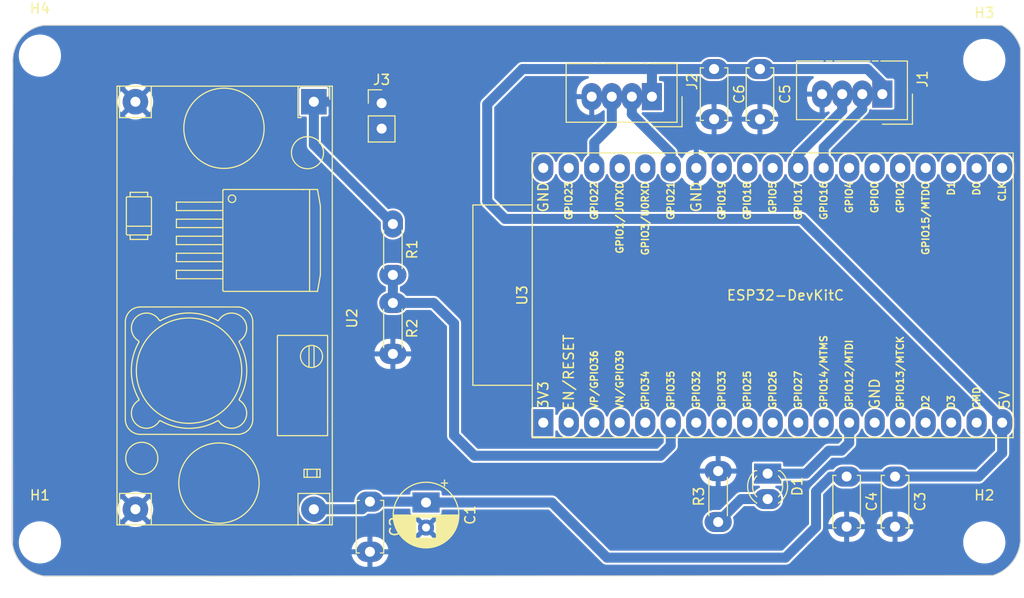
<source format=kicad_pcb>
(kicad_pcb (version 20221018) (generator pcbnew)
  (layers (0 "F.Cu" signal) (31 "B.Cu" signal) (34 "B.Paste" user) (35 "F.Paste" user) (36 "B.SilkS" user "B.Silkscreen") (37 "F.SilkS" user "F.Silkscreen") (38 "B.Mask" user) (39 "F.Mask" user) (44 "Edge.Cuts" user))
  (net 0 "")
  (net 1 "+5V")
  (net 2 "GND")
  (net 3 "LED_ALIVE")
  (net 4 "Net-(D1-A)")
  (net 5 "RXD2")
  (net 6 "TXD2")
  (net 7 "+12V")
  (net 8 "VBAT-3V")
  (net 9 "SCL")
  (net 10 "SDA")
  (footprint "Connector:NS-Tech_Grove_1x04_P2mm_Vertical" (layer "F.Cu") (at 173.132 92.71 -90)
    (fp_text reference "J2" (at -1.5 -4 90) (layer "F.SilkS"))
    (fp_text value "Conn_01x04_Pin")
    (fp_line (start -3.3 -2.5) (end -3.3 0.15) (stroke (width 0.12)) (layer "F.SilkS"))
    (fp_line (start -3.3 -2.5) (end 2.55 -2.5) (stroke (width 0.12)) (layer "F.SilkS"))
    (fp_line (start -3.3 0.4) (end -3.3 1) (stroke (width 0.12)) (layer "F.SilkS"))
    (fp_line (start -3.3 1.25) (end -3.3 4.75) (stroke (width 0.12)) (layer "F.SilkS"))
    (fp_line (start -3.3 5) (end -3.3 5.6) (stroke (width 0.12)) (layer "F.SilkS"))
    (fp_line (start -3.3 5.9) (end -3.3 8.55) (stroke (width 0.12)) (layer "F.SilkS"))
    (fp_line (start -3.3 8.55) (end 2.55 8.55) (stroke (width 0.12)) (layer "F.SilkS"))
    (fp_line (start 0 -3) (end 3 -3) (stroke (width 0.12)) (layer "F.SilkS"))
    (fp_line (start 2.55 -2.5) (end 2.55 8.55) (stroke (width 0.12)) (layer "F.SilkS"))
    (fp_line (start 3 -3) (end 3 0) (stroke (width 0.12)) (layer "F.SilkS"))
    (pad "1" thru_hole rect (at 0 0) (size 2 2.7) (drill 1) (layers "*.Cu" "*.Mask") (net 1 "+5V"))
    (pad "2" thru_hole oval (at 0 2 180) (size 2 2.7) (drill 1) (layers "*.Cu" "*.Mask") (net 10 "SDA"))
    (pad "3" thru_hole oval (at 0 4 180) (size 2 2.7) (drill 1) (layers "*.Cu" "*.Mask") (net 9 "SCL"))
    (pad "4" thru_hole oval (at 0 6 180) (size 2 2.7) (drill 1) (layers "*.Cu" "*.Mask") (net 2 "GND"))
  )
  (footprint "MountingHole:MountingHole_3.7mm" (layer "F.Cu") (at 206.248 89.052)
    (fp_text reference "H3" (at 0 -4.7) (layer "F.SilkS"))
    (fp_text value "3.7")
    (pad "" np_thru_hole circle (at 0 0) (size 3.7 3.7) (drill 3.7) (layers "*.Cu" "*.Mask"))
  )
  (footprint "Capacitor_THT:C_Disc_D5.0mm_W2.5mm_P5.00mm" (layer "F.Cu") (at 179.324 89.956 -90)
    (fp_text reference "C6" (at 2.5 -2.5 90) (layer "F.SilkS"))
    (fp_text value "100nF")
    (fp_line (start -0.12 -1.37) (end -0.12 -1.055) (stroke (width 0.12)) (layer "F.SilkS"))
    (fp_line (start -0.12 -1.37) (end 5.12 -1.37) (stroke (width 0.12)) (layer "F.SilkS"))
    (fp_line (start -0.12 1.055) (end -0.12 1.37) (stroke (width 0.12)) (layer "F.SilkS"))
    (fp_line (start -0.12 1.37) (end 5.12 1.37) (stroke (width 0.12)) (layer "F.SilkS"))
    (fp_line (start 5.12 -1.37) (end 5.12 -1.055) (stroke (width 0.12)) (layer "F.SilkS"))
    (fp_line (start 5.12 1.055) (end 5.12 1.37) (stroke (width 0.12)) (layer "F.SilkS"))
    (pad "1" thru_hole oval (at 0 0 270) (size 2 2.7) (drill 1) (layers "*.Cu" "*.Mask") (net 1 "+5V"))
    (pad "2" thru_hole oval (at 5 0 270) (size 2 2.7) (drill 1) (layers "*.Cu" "*.Mask") (net 2 "GND"))
  )
  (footprint "Capacitor_THT:C_Disc_D5.0mm_W2.5mm_P5.00mm" (layer "F.Cu") (at 197.358 130.596 -90)
    (fp_text reference "C3" (at 2.5 -2.5 90) (layer "F.SilkS"))
    (fp_text value "10uF")
    (fp_line (start -0.12 -1.37) (end -0.12 -1.055) (stroke (width 0.12)) (layer "F.SilkS"))
    (fp_line (start -0.12 -1.37) (end 5.12 -1.37) (stroke (width 0.12)) (layer "F.SilkS"))
    (fp_line (start -0.12 1.055) (end -0.12 1.37) (stroke (width 0.12)) (layer "F.SilkS"))
    (fp_line (start -0.12 1.37) (end 5.12 1.37) (stroke (width 0.12)) (layer "F.SilkS"))
    (fp_line (start 5.12 -1.37) (end 5.12 -1.055) (stroke (width 0.12)) (layer "F.SilkS"))
    (fp_line (start 5.12 1.055) (end 5.12 1.37) (stroke (width 0.12)) (layer "F.SilkS"))
    (pad "1" thru_hole oval (at 0 0 270) (size 2 2.7) (drill 1) (layers "*.Cu" "*.Mask") (net 1 "+5V"))
    (pad "2" thru_hole oval (at 5 0 270) (size 2 2.7) (drill 1) (layers "*.Cu" "*.Mask") (net 2 "GND"))
  )
  (footprint "LED_THT:LED_D3.0mm_FlatTop" (layer "F.Cu") (at 184.658 130.302 -90)
    (fp_text reference "D1" (at 1.27 -2.96 90) (layer "F.SilkS"))
    (fp_text value "LED")
    (fp_line (start -0.29 -1.236) (end -0.29 -1.08) (stroke (width 0.12)) (layer "F.SilkS"))
    (fp_line (start -0.29 1.08) (end -0.29 1.236) (stroke (width 0.12)) (layer "F.SilkS"))
    (fp_arc (start -0.29 -1.235516) (mid 1.366487 -1.987659) (end 2.942335 -1.078608) (stroke (width 0.12)) (layer "F.SilkS"))
    (fp_arc (start 0.229039 -1.08) (mid 1.270117 -1.5) (end 2.31113 -1.079837) (stroke (width 0.12)) (layer "F.SilkS"))
    (fp_arc (start 2.31113 1.079837) (mid 1.270117 1.5) (end 0.229039 1.08) (stroke (width 0.12)) (layer "F.SilkS"))
    (fp_arc (start 2.942335 1.078608) (mid 1.366487 1.987659) (end -0.29 1.235516) (stroke (width 0.12)) (layer "F.SilkS"))
    (pad "1" thru_hole rect (at 0 0) (size 2.7 2) (drill 1) (layers "*.Cu" "*.Mask") (net 3 "LED_ALIVE"))
    (pad "2" thru_hole oval (at 2.54 0 270) (size 2 2.7) (drill 1) (layers "*.Cu" "*.Mask") (net 4 "Net-(D1-A)"))
  )
  (footprint "StepDown:StepDown_LM2596" (layer "F.Cu") (at 139.446 93.218 -90)
    (fp_text reference "U2" (at 21.59 -3.81 90) (layer "F.SilkS"))
    (fp_text value "YAAJ_DCDC_StepDown_LM2596")
    (fp_line (start -1.555 -1.835) (end -1.555 19.615) (stroke (width 0.12)) (layer "F.SilkS"))
    (fp_line (start -1.555 19.615) (end 42.195 19.615) (stroke (width 0.12)) (layer "F.SilkS"))
    (fp_line (start -1.55 -1.58) (end -0.25 -1.58) (stroke (width 0.12)) (layer "F.SilkS"))
    (fp_line (start -1.55 1.575) (end 1.58 1.58) (stroke (width 0.12)) (layer "F.SilkS"))
    (fp_line (start -1.55 16.2) (end 1.58 16.2) (stroke (width 0.12)) (layer "F.SilkS"))
    (fp_line (start -1.55 19.36) (end 1.58 19.36) (stroke (width 0.12)) (layer "F.SilkS"))
    (fp_line (start 1.58 1.27) (end 1.58 1.58) (stroke (width 0.12)) (layer "F.SilkS"))
    (fp_line (start 1.58 16.2) (end 1.58 19.36) (stroke (width 0.12)) (layer "F.SilkS"))
    (fp_line (start 8.749233 1.004149) (end 8.749233 1.165687) (stroke (width 0.12)) (layer "F.SilkS"))
    (fp_line (start 8.750233 -0.36239) (end 10.400233 -0.653329) (stroke (width 0.12)) (layer "F.SilkS"))
    (fp_line (start 8.750233 8.989106) (end 8.750233 -0.36239) (stroke (width 0.12)) (layer "F.SilkS"))
    (fp_line (start 8.750233 8.989106) (end 8.827797 9.06667) (stroke (width 0.12)) (layer "F.SilkS"))
    (fp_line (start 8.827797 9.06667) (end 18.83267 9.06667) (stroke (width 0.12)) (layer "F.SilkS"))
    (fp_line (start 9.031636 16.558217) (end 9.481636 16.558217) (stroke (width 0.12)) (layer "F.SilkS"))
    (fp_line (start 9.031636 18.308217) (end 9.031636 16.558217) (stroke (width 0.12)) (layer "F.SilkS"))
    (fp_line (start 9.481636 18.308217) (end 9.031636 18.308217) (stroke (width 0.12)) (layer "F.SilkS"))
    (fp_line (start 9.481636 18.583217) (end 9.481636 16.283217) (stroke (width 0.12)) (layer "F.SilkS"))
    (fp_line (start 9.581636 16.183217) (end 13.181636 16.183217) (stroke (width 0.12)) (layer "F.SilkS"))
    (fp_line (start 10.010233 13.69667) (end 10.010233 9.06667) (stroke (width 0.12)) (layer "F.SilkS"))
    (fp_line (start 10.010233 13.69667) (end 10.850233 13.69667) (stroke (width 0.12)) (layer "F.SilkS"))
    (fp_line (start 10.400233 -0.653329) (end 17.260233 -0.653329) (stroke (width 0.12)) (layer "F.SilkS"))
    (fp_line (start 10.850233 13.69667) (end 10.850233 9.06667) (stroke (width 0.12)) (layer "F.SilkS"))
    (fp_line (start 11.710233 13.69667) (end 11.710233 9.06667) (stroke (width 0.12)) (layer "F.SilkS"))
    (fp_line (start 11.710233 13.69667) (end 12.550233 13.69667) (stroke (width 0.12)) (layer "F.SilkS"))
    (fp_line (start 12.411358 16.283217) (end 12.411358 18.583217) (stroke (width 0.12)) (layer "F.SilkS"))
    (fp_line (start 12.550233 13.69667) (end 12.550233 9.06667) (stroke (width 0.12)) (layer "F.SilkS"))
    (fp_line (start 13.181636 18.683217) (end 9.581636 18.683217) (stroke (width 0.12)) (layer "F.SilkS"))
    (fp_line (start 13.281636 16.283217) (end 13.281636 18.583217) (stroke (width 0.12)) (layer "F.SilkS"))
    (fp_line (start 13.281636 16.558217) (end 13.731636 16.558217) (stroke (width 0.12)) (layer "F.SilkS"))
    (fp_line (start 13.282636 16.794696) (end 13.282636 16.700144) (stroke (width 0.12)) (layer "F.SilkS"))
    (fp_line (start 13.410233 13.69667) (end 13.410233 9.06667) (stroke (width 0.12)) (layer "F.SilkS"))
    (fp_line (start 13.410233 13.69667) (end 14.250233 13.69667) (stroke (width 0.12)) (layer "F.SilkS"))
    (fp_line (start 13.731636 16.558217) (end 13.731636 18.308217) (stroke (width 0.12)) (layer "F.SilkS"))
    (fp_line (start 13.731636 18.308217) (end 13.281636 18.308217) (stroke (width 0.12)) (layer "F.SilkS"))
    (fp_line (start 14.250233 13.69667) (end 14.250233 9.06667) (stroke (width 0.12)) (layer "F.SilkS"))
    (fp_line (start 15.110233 13.69667) (end 15.110233 9.06667) (stroke (width 0.12)) (layer "F.SilkS"))
    (fp_line (start 15.110233 13.69667) (end 15.950233 13.69667) (stroke (width 0.12)) (layer "F.SilkS"))
    (fp_line (start 15.950233 13.69667) (end 15.950233 9.06667) (stroke (width 0.12)) (layer "F.SilkS"))
    (fp_line (start 16.810233 13.69667) (end 16.810233 9.06667) (stroke (width 0.12)) (layer "F.SilkS"))
    (fp_line (start 16.810233 13.69667) (end 17.650233 13.69667) (stroke (width 0.12)) (layer "F.SilkS"))
    (fp_line (start 17.260233 -0.653329) (end 18.910233 -0.36239) (stroke (width 0.12)) (layer "F.SilkS"))
    (fp_line (start 17.650233 13.69667) (end 17.650233 9.06667) (stroke (width 0.12)) (layer "F.SilkS"))
    (fp_line (start 18.83267 9.06667) (end 18.910233 8.989106) (stroke (width 0.12)) (layer "F.SilkS"))
    (fp_line (start 18.910233 0.42667) (end 8.750233 0.42667) (stroke (width 0.12)) (layer "F.SilkS"))
    (fp_line (start 18.910233 8.989106) (end 18.910233 -0.36239) (stroke (width 0.12)) (layer "F.SilkS"))
    (fp_line (start 20.467397 7.585796) (end 20.467397 17.285796) (stroke (width 0.12)) (layer "F.SilkS"))
    (fp_line (start 21.967397 18.785796) (end 31.667397 18.785796) (stroke (width 0.12)) (layer "F.SilkS"))
    (fp_line (start 23.299783 3.582294) (end 23.299783 -1.317705) (stroke (width 0.12)) (layer "F.SilkS"))
    (fp_line (start 23.349783 -1.367705) (end 33.249783 -1.367705) (stroke (width 0.12)) (layer "F.SilkS"))
    (fp_line (start 24.336385 -0.0491) (end 24.360553 -0.017705) (stroke (width 0.12)) (layer "F.SilkS"))
    (fp_line (start 24.348594 0.007294) (end 24.324147 0.002062) (stroke (width 0.12)) (layer "F.SilkS"))
    (fp_line (start 24.348594 0.007294) (end 24.355764 -0.023925) (stroke (width 0.12)) (layer "F.SilkS"))
    (fp_line (start 24.348594 0.007294) (end 24.360553 -0.017705) (stroke (width 0.12)) (layer "F.SilkS"))
    (fp_line (start 24.360553 0.482294) (end 26.439014 0.482294) (stroke (width 0.12)) (layer "F.SilkS"))
    (fp_line (start 26.439014 -0.017705) (end 24.360553 -0.017705) (stroke (width 0.12)) (layer "F.SilkS"))
    (fp_line (start 31.667397 6.085796) (end 21.967397 6.085796) (stroke (width 0.12)) (layer "F.SilkS"))
    (fp_line (start 31.858978 -1.368705) (end 31.814106 -1.368705) (stroke (width 0.12)) (layer "F.SilkS"))
    (fp_line (start 31.942312 -1.368705) (end 31.908357 -1.368705) (stroke (width 0.12)) (layer "F.SilkS"))
    (fp_line (start 33.167397 17.285796) (end 33.167397 7.585796) (stroke (width 0.12)) (layer "F.SilkS"))
    (fp_line (start 33.249783 3.632294) (end 23.349783 3.632294) (stroke (width 0.12)) (layer "F.SilkS"))
    (fp_line (start 33.299783 -1.317705) (end 33.299783 3.582294) (stroke (width 0.12)) (layer "F.SilkS"))
    (fp_line (start 36.648681 -0.299704) (end 37.448681 -0.299704) (stroke (width 0.12)) (layer "F.SilkS"))
    (fp_line (start 36.648681 0.980295) (end 36.648681 -0.619704) (stroke (width 0.12)) (layer "F.SilkS"))
    (fp_line (start 37.448681 -0.619704) (end 36.648681 -0.619704) (stroke (width 0.12)) (layer "F.SilkS"))
    (fp_line (start 37.448681 -0.619704) (end 37.448681 0.980295) (stroke (width 0.12)) (layer "F.SilkS"))
    (fp_line (start 37.448681 0.660295) (end 36.648681 0.660295) (stroke (width 0.12)) (layer "F.SilkS"))
    (fp_line (start 37.448681 0.980295) (end 36.648681 0.980295) (stroke (width 0.12)) (layer "F.SilkS"))
    (fp_line (start 39.06 -1.58) (end 42.175 -1.58) (stroke (width 0.12)) (layer "F.SilkS"))
    (fp_line (start 39.06 1.58) (end 39.06 -1.58) (stroke (width 0.12)) (layer "F.SilkS"))
    (fp_line (start 39.06 1.58) (end 42.22 1.58) (stroke (width 0.12)) (layer "F.SilkS"))
    (fp_line (start 39.06 16.2) (end 42.175 16.2) (stroke (width 0.12)) (layer "F.SilkS"))
    (fp_line (start 39.06 19.36) (end 39.06 16.2) (stroke (width 0.12)) (layer "F.SilkS"))
    (fp_line (start 39.06 19.36) (end 42.175 19.36) (stroke (width 0.12)) (layer "F.SilkS"))
    (fp_line (start 42.195 -1.835) (end -1.555 -1.835) (stroke (width 0.12)) (layer "F.SilkS"))
    (fp_line (start 42.195 19.615) (end 42.195 -1.835) (stroke (width 0.12)) (layer "F.SilkS"))
    (fp_arc (start 9.481636 16.283217) (mid 9.510925 16.212506) (end 9.581636 16.183217) (stroke (width 0.12)) (layer "F.SilkS"))
    (fp_arc (start 9.581636 18.683217) (mid 9.510925 18.653928) (end 9.481636 18.583217) (stroke (width 0.12)) (layer "F.SilkS"))
    (fp_arc (start 13.181636 16.183217) (mid 13.252347 16.212506) (end 13.281636 16.283217) (stroke (width 0.12)) (layer "F.SilkS"))
    (fp_arc (start 13.281636 18.583217) (mid 13.252347 18.653928) (end 13.181636 18.683217) (stroke (width 0.12)) (layer "F.SilkS"))
    (fp_arc (start 20.467397 7.585796) (mid 20.906737 6.525136) (end 21.967397 6.085796) (stroke (width 0.12)) (layer "F.SilkS"))
    (fp_arc (start 21.781131 9.46601) (mid 21.825145 9.526245) (end 21.815218 9.600183) (stroke (width 0.12)) (layer "F.SilkS"))
    (fp_arc (start 21.781132 9.466011) (mid 21.514096 7.132496) (end 23.847611 7.399531) (stroke (width 0.12)) (layer "F.SilkS"))
    (fp_arc (start 21.815217 15.271409) (mid 21.825145 15.345347) (end 21.781132 15.405582) (stroke (width 0.12)) (layer "F.SilkS"))
    (fp_arc (start 21.815218 15.27141) (mid 21.067397 12.435796) (end 21.815218 9.600183) (stroke (width 0.12)) (layer "F.SilkS"))
    (fp_arc (start 21.967397 18.785796) (mid 20.906737 18.346456) (end 20.467397 17.285796) (stroke (width 0.12)) (layer "F.SilkS"))
    (fp_arc (start 23.299783 -1.317705) (mid 23.314428 -1.35306) (end 23.349783 -1.367705) (stroke (width 0.12)) (layer "F.SilkS"))
    (fp_arc (start 23.349783 3.632294) (mid 23.314428 3.617649) (end 23.299783 3.582294) (stroke (width 0.12)) (layer "F.SilkS"))
    (fp_arc (start 23.847611 17.472062) (mid 21.514095 17.739097) (end 21.781132 15.405582) (stroke (width 0.12)) (layer "F.SilkS"))
    (fp_arc (start 23.847611 17.472062) (mid 23.907845 17.428049) (end 23.981783 17.437976) (stroke (width 0.12)) (layer "F.SilkS"))
    (fp_arc (start 23.981783 7.433617) (mid 23.907845 7.443544) (end 23.847611 7.399531) (stroke (width 0.12)) (layer "F.SilkS"))
    (fp_arc (start 23.981784 7.433617) (mid 26.817397 6.685796) (end 29.653011 7.433617) (stroke (width 0.12)) (layer "F.SilkS"))
    (fp_arc (start 24.324148 0.462527) (mid 26.469605 -0.023594) (end 24.336385 0.51369) (stroke (width 0.12)) (layer "F.SilkS"))
    (fp_arc (start 29.653011 17.437976) (mid 26.817397 18.185797) (end 23.981783 17.437976) (stroke (width 0.12)) (layer "F.SilkS"))
    (fp_arc (start 29.653011 17.437976) (mid 29.726949 17.428049) (end 29.787183 17.472062) (stroke (width 0.12)) (layer "F.SilkS"))
    (fp_arc (start 29.787183 7.399531) (mid 29.726949 7.443544) (end 29.653011 7.433617) (stroke (width 0.12)) (layer "F.SilkS"))
    (fp_arc (start 29.787183 7.399531) (mid 32.120699 7.132496) (end 31.853662 9.466011) (stroke (width 0.12)) (layer "F.SilkS"))
    (fp_arc (start 31.667397 6.085796) (mid 32.728057 6.525136) (end 33.167397 7.585796) (stroke (width 0.12)) (layer "F.SilkS"))
    (fp_arc (start 31.819576 9.600183) (mid 32.567397 12.435796) (end 31.819576 15.27141) (stroke (width 0.12)) (layer "F.SilkS"))
    (fp_arc (start 31.819577 9.600184) (mid 31.809649 9.526246) (end 31.853662 9.466011) (stroke (width 0.12)) (layer "F.SilkS"))
    (fp_arc (start 31.853662 15.405582) (mid 32.120698 17.739097) (end 29.787183 17.472062) (stroke (width 0.12)) (layer "F.SilkS"))
    (fp_arc (start 31.853663 15.405583) (mid 31.809649 15.345348) (end 31.819576 15.27141) (stroke (width 0.12)) (layer "F.SilkS"))
    (fp_arc (start 33.167397 17.285796) (mid 32.728057 18.346456) (end 31.667397 18.785796) (stroke (width 0.12)) (layer "F.SilkS"))
    (fp_arc (start 33.249783 -1.367705) (mid 33.285138 -1.35306) (end 33.299783 -1.317705) (stroke (width 0.12)) (layer "F.SilkS"))
    (fp_arc (start 33.299783 3.582294) (mid 33.285138 3.617649) (end 33.249783 3.632294) (stroke (width 0.12)) (layer "F.SilkS"))
    (fp_circle (center 2.646666 8.957418) (end 6.646666 8.957418) (stroke (width 0.12)) (fill none) (layer "F.SilkS"))
    (fp_circle (center 5.08 0.635) (end 6.678999 0.635) (stroke (width 0.12)) (fill none) (layer "F.SilkS"))
    (fp_circle (center 9.673179 8.154594) (end 10.048179 8.154594) (stroke (width 0.12)) (fill none) (layer "F.SilkS"))
    (fp_circle (center 26.817397 12.435796) (end 32.067397 12.435796) (stroke (width 0.12)) (fill none) (layer "F.SilkS"))
    (fp_circle (center 35.56 17.145) (end 37.159 17.145) (stroke (width 0.12)) (fill none) (layer "F.SilkS"))
    (fp_circle (center 38.029307 9.455206) (end 42.029307 9.455206) (stroke (width 0.12)) (fill none) (layer "F.SilkS"))
    (pad "1" thru_hole rect (at 0 0 270) (size 2.54 2.54) (drill 1) (layers "*.Cu" "*.Mask") (net 7 "+12V"))
    (pad "2" thru_hole circle (at 0 17.78 270) (size 2.54 2.54) (drill 1) (layers "*.Cu" "*.Mask") (net 2 "GND"))
    (pad "3" thru_hole circle (at 40.64 17.78 270) (size 2.54 2.54) (drill 1) (layers "*.Cu" "*.Mask") (net 2 "GND"))
    (pad "4" thru_hole circle (at 40.64 0 270) (size 2.54 2.54) (drill 1) (layers "*.Cu" "*.Mask") (net 1 "+5V"))
  )
  (footprint "MountingHole:MountingHole_3.7mm" (layer "F.Cu") (at 112.148 137.16)
    (fp_text reference "H1" (at 0 -4.7) (layer "F.SilkS"))
    (fp_text value "3.7")
    (pad "" np_thru_hole circle (at 0 0) (size 3.7 3.7) (drill 3.7) (layers "*.Cu" "*.Mask"))
  )
  (footprint "Connector_PinHeader_2.54mm:PinHeader_1x02_P2.54mm_Vertical" (layer "F.Cu") (at 146.2 93.36)
    (fp_text reference "J3" (at 0 -2.33) (layer "F.SilkS"))
    (fp_text value "Conn_01x02_Pin")
    (fp_line (start -1.33 -1.33) (end 0 -1.33) (stroke (width 0.12)) (layer "F.SilkS"))
    (fp_line (start -1.33 0) (end -1.33 -1.33) (stroke (width 0.12)) (layer "F.SilkS"))
    (fp_line (start -1.33 1.27) (end -1.33 3.87) (stroke (width 0.12)) (layer "F.SilkS"))
    (fp_line (start -1.33 1.27) (end 1.33 1.27) (stroke (width 0.12)) (layer "F.SilkS"))
    (fp_line (start -1.33 3.87) (end 1.33 3.87) (stroke (width 0.12)) (layer "F.SilkS"))
    (fp_line (start 1.33 1.27) (end 1.33 3.87) (stroke (width 0.12)) (layer "F.SilkS"))
    (pad "1" thru_hole rect (at 0 0) (size 2.54 2.54) (drill 1) (layers "*.Cu" "*.Mask") (net 7 "+12V"))
    (pad "2" thru_hole oval (at 0 2.54 270) (size 2 2.7) (drill 1) (layers "*.Cu" "*.Mask") (net 2 "GND"))
  )
  (footprint "Resistor_THT:R_Axial_DIN0204_L3.6mm_D1.6mm_P5.08mm_Horizontal" (layer "F.Cu") (at 147.32 113.284 -90)
    (fp_text reference "R2" (at 2.54 -1.92 90) (layer "F.SilkS"))
    (fp_text value "2k2")
    (fp_line (start 0.62 -0.92) (end 4.46 -0.92) (stroke (width 0.12)) (layer "F.SilkS"))
    (fp_line (start 0.62 0.92) (end 4.46 0.92) (stroke (width 0.12)) (layer "F.SilkS"))
    (pad "1" thru_hole oval (at 0 0 270) (size 2 2.7) (drill 1) (layers "*.Cu" "*.Mask") (net 8 "VBAT-3V"))
    (pad "2" thru_hole oval (at 5.08 0 270) (size 2 2.7) (drill 1) (layers "*.Cu" "*.Mask") (net 2 "GND"))
  )
  (footprint "MountingHole:MountingHole_3.7mm" (layer "F.Cu") (at 206.248 137.16)
    (fp_text reference "H2" (at 0 -4.7) (layer "F.SilkS"))
    (fp_text value "3.7")
    (pad "" np_thru_hole circle (at 0 0) (size 3.7 3.7) (drill 3.7) (layers "*.Cu" "*.Mask"))
  )
  (footprint "Capacitor_THT:C_Disc_D5.0mm_W2.5mm_P5.00mm" (layer "F.Cu") (at 183.896 89.956 -90)
    (fp_text reference "C5" (at 2.5 -2.5 90) (layer "F.SilkS"))
    (fp_text value "10uF")
    (fp_line (start -0.12 -1.37) (end -0.12 -1.055) (stroke (width 0.12)) (layer "F.SilkS"))
    (fp_line (start -0.12 -1.37) (end 5.12 -1.37) (stroke (width 0.12)) (layer "F.SilkS"))
    (fp_line (start -0.12 1.055) (end -0.12 1.37) (stroke (width 0.12)) (layer "F.SilkS"))
    (fp_line (start -0.12 1.37) (end 5.12 1.37) (stroke (width 0.12)) (layer "F.SilkS"))
    (fp_line (start 5.12 -1.37) (end 5.12 -1.055) (stroke (width 0.12)) (layer "F.SilkS"))
    (fp_line (start 5.12 1.055) (end 5.12 1.37) (stroke (width 0.12)) (layer "F.SilkS"))
    (pad "1" thru_hole oval (at 0 0 270) (size 2 2.7) (drill 1) (layers "*.Cu" "*.Mask") (net 1 "+5V"))
    (pad "2" thru_hole oval (at 5 0 270) (size 2 2.7) (drill 1) (layers "*.Cu" "*.Mask") (net 2 "GND"))
  )
  (footprint "Resistor_THT:R_Axial_DIN0204_L3.6mm_D1.6mm_P5.08mm_Horizontal" (layer "F.Cu") (at 147.32 105.41 -90)
    (fp_text reference "R1" (at 2.54 -1.92 90) (layer "F.SilkS"))
    (fp_text value "10k")
    (fp_line (start 0.62 -0.92) (end 4.46 -0.92) (stroke (width 0.12)) (layer "F.SilkS"))
    (fp_line (start 0.62 0.92) (end 4.46 0.92) (stroke (width 0.12)) (layer "F.SilkS"))
    (pad "1" thru_hole oval (at 0 0 270) (size 2.7 2) (drill 1) (layers "*.Cu" "*.Mask") (net 7 "+12V"))
    (pad "2" thru_hole oval (at 5.08 0 270) (size 2 2.7) (drill 1) (layers "*.Cu" "*.Mask") (net 8 "VBAT-3V"))
  )
  (footprint "MountingHole:MountingHole_3.7mm" (layer "F.Cu") (at 112.148 88.62)
    (fp_text reference "H4" (at 0 -4.7) (layer "F.SilkS"))
    (fp_text value "3.7")
    (pad "" np_thru_hole circle (at 0 0) (size 3.7 3.7) (drill 3.7) (layers "*.Cu" "*.Mask"))
  )
  (footprint "Capacitor_THT:CP_Radial_D6.3mm_P2.50mm" (layer "F.Cu") (at 150.622 133.183621 -90)
    (fp_text reference "C1" (at 1.25 -4.4 90) (layer "F.SilkS"))
    (fp_text value "470uF")
    (fp_line (start -2.250241 -1.839) (end -1.620241 -1.839) (stroke (width 0.12)) (layer "F.SilkS"))
    (fp_line (start -1.935241 -2.154) (end -1.935241 -1.524) (stroke (width 0.12)) (layer "F.SilkS"))
    (fp_line (start 1.25 -3.23) (end 1.25 3.23) (stroke (width 0.12)) (layer "F.SilkS"))
    (fp_line (start 1.29 -3.23) (end 1.29 3.23) (stroke (width 0.12)) (layer "F.SilkS"))
    (fp_line (start 1.33 -3.23) (end 1.33 3.23) (stroke (width 0.12)) (layer "F.SilkS"))
    (fp_line (start 1.37 -3.228) (end 1.37 3.228) (stroke (width 0.12)) (layer "F.SilkS"))
    (fp_line (start 1.41 -3.227) (end 1.41 3.227) (stroke (width 0.12)) (layer "F.SilkS"))
    (fp_line (start 1.45 -3.224) (end 1.45 3.224) (stroke (width 0.12)) (layer "F.SilkS"))
    (fp_line (start 1.49 -3.222) (end 1.49 -1.04) (stroke (width 0.12)) (layer "F.SilkS"))
    (fp_line (start 1.49 1.04) (end 1.49 3.222) (stroke (width 0.12)) (layer "F.SilkS"))
    (fp_line (start 1.53 -3.218) (end 1.53 -1.04) (stroke (width 0.12)) (layer "F.SilkS"))
    (fp_line (start 1.53 1.04) (end 1.53 3.218) (stroke (width 0.12)) (layer "F.SilkS"))
    (fp_line (start 1.57 -3.215) (end 1.57 -1.04) (stroke (width 0.12)) (layer "F.SilkS"))
    (fp_line (start 1.57 1.04) (end 1.57 3.215) (stroke (width 0.12)) (layer "F.SilkS"))
    (fp_line (start 1.61 -3.211) (end 1.61 -1.04) (stroke (width 0.12)) (layer "F.SilkS"))
    (fp_line (start 1.61 1.04) (end 1.61 3.211) (stroke (width 0.12)) (layer "F.SilkS"))
    (fp_line (start 1.65 -3.206) (end 1.65 -1.04) (stroke (width 0.12)) (layer "F.SilkS"))
    (fp_line (start 1.65 1.04) (end 1.65 3.206) (stroke (width 0.12)) (layer "F.SilkS"))
    (fp_line (start 1.69 -3.201) (end 1.69 -1.04) (stroke (width 0.12)) (layer "F.SilkS"))
    (fp_line (start 1.69 1.04) (end 1.69 3.201) (stroke (width 0.12)) (layer "F.SilkS"))
    (fp_line (start 1.73 -3.195) (end 1.73 -1.04) (stroke (width 0.12)) (layer "F.SilkS"))
    (fp_line (start 1.73 1.04) (end 1.73 3.195) (stroke (width 0.12)) (layer "F.SilkS"))
    (fp_line (start 1.77 -3.189) (end 1.77 -1.04) (stroke (width 0.12)) (layer "F.SilkS"))
    (fp_line (start 1.77 1.04) (end 1.77 3.189) (stroke (width 0.12)) (layer "F.SilkS"))
    (fp_line (start 1.81 -3.182) (end 1.81 -1.04) (stroke (width 0.12)) (layer "F.SilkS"))
    (fp_line (start 1.81 1.04) (end 1.81 3.182) (stroke (width 0.12)) (layer "F.SilkS"))
    (fp_line (start 1.85 -3.175) (end 1.85 -1.04) (stroke (width 0.12)) (layer "F.SilkS"))
    (fp_line (start 1.85 1.04) (end 1.85 3.175) (stroke (width 0.12)) (layer "F.SilkS"))
    (fp_line (start 1.89 -3.167) (end 1.89 -1.04) (stroke (width 0.12)) (layer "F.SilkS"))
    (fp_line (start 1.89 1.04) (end 1.89 3.167) (stroke (width 0.12)) (layer "F.SilkS"))
    (fp_line (start 1.93 -3.159) (end 1.93 -1.04) (stroke (width 0.12)) (layer "F.SilkS"))
    (fp_line (start 1.93 1.04) (end 1.93 3.159) (stroke (width 0.12)) (layer "F.SilkS"))
    (fp_line (start 1.971 -3.15) (end 1.971 -1.04) (stroke (width 0.12)) (layer "F.SilkS"))
    (fp_line (start 1.971 1.04) (end 1.971 3.15) (stroke (width 0.12)) (layer "F.SilkS"))
    (fp_line (start 2.011 -3.141) (end 2.011 -1.04) (stroke (width 0.12)) (layer "F.SilkS"))
    (fp_line (start 2.011 1.04) (end 2.011 3.141) (stroke (width 0.12)) (layer "F.SilkS"))
    (fp_line (start 2.051 -3.131) (end 2.051 -1.04) (stroke (width 0.12)) (layer "F.SilkS"))
    (fp_line (start 2.051 1.04) (end 2.051 3.131) (stroke (width 0.12)) (layer "F.SilkS"))
    (fp_line (start 2.091 -3.121) (end 2.091 -1.04) (stroke (width 0.12)) (layer "F.SilkS"))
    (fp_line (start 2.091 1.04) (end 2.091 3.121) (stroke (width 0.12)) (layer "F.SilkS"))
    (fp_line (start 2.131 -3.11) (end 2.131 -1.04) (stroke (width 0.12)) (layer "F.SilkS"))
    (fp_line (start 2.131 1.04) (end 2.131 3.11) (stroke (width 0.12)) (layer "F.SilkS"))
    (fp_line (start 2.171 -3.098) (end 2.171 -1.04) (stroke (width 0.12)) (layer "F.SilkS"))
    (fp_line (start 2.171 1.04) (end 2.171 3.098) (stroke (width 0.12)) (layer "F.SilkS"))
    (fp_line (start 2.211 -3.086) (end 2.211 -1.04) (stroke (width 0.12)) (layer "F.SilkS"))
    (fp_line (start 2.211 1.04) (end 2.211 3.086) (stroke (width 0.12)) (layer "F.SilkS"))
    (fp_line (start 2.251 -3.074) (end 2.251 -1.04) (stroke (width 0.12)) (layer "F.SilkS"))
    (fp_line (start 2.251 1.04) (end 2.251 3.074) (stroke (width 0.12)) (layer "F.SilkS"))
    (fp_line (start 2.291 -3.061) (end 2.291 -1.04) (stroke (width 0.12)) (layer "F.SilkS"))
    (fp_line (start 2.291 1.04) (end 2.291 3.061) (stroke (width 0.12)) (layer "F.SilkS"))
    (fp_line (start 2.331 -3.047) (end 2.331 -1.04) (stroke (width 0.12)) (layer "F.SilkS"))
    (fp_line (start 2.331 1.04) (end 2.331 3.047) (stroke (width 0.12)) (layer "F.SilkS"))
    (fp_line (start 2.371 -3.033) (end 2.371 -1.04) (stroke (width 0.12)) (layer "F.SilkS"))
    (fp_line (start 2.371 1.04) (end 2.371 3.033) (stroke (width 0.12)) (layer "F.SilkS"))
    (fp_line (start 2.411 -3.018) (end 2.411 -1.04) (stroke (width 0.12)) (layer "F.SilkS"))
    (fp_line (start 2.411 1.04) (end 2.411 3.018) (stroke (width 0.12)) (layer "F.SilkS"))
    (fp_line (start 2.451 -3.002) (end 2.451 -1.04) (stroke (width 0.12)) (layer "F.SilkS"))
    (fp_line (start 2.451 1.04) (end 2.451 3.002) (stroke (width 0.12)) (layer "F.SilkS"))
    (fp_line (start 2.491 -2.986) (end 2.491 -1.04) (stroke (width 0.12)) (layer "F.SilkS"))
    (fp_line (start 2.491 1.04) (end 2.491 2.986) (stroke (width 0.12)) (layer "F.SilkS"))
    (fp_line (start 2.531 -2.97) (end 2.531 -1.04) (stroke (width 0.12)) (layer "F.SilkS"))
    (fp_line (start 2.531 1.04) (end 2.531 2.97) (stroke (width 0.12)) (layer "F.SilkS"))
    (fp_line (start 2.571 -2.952) (end 2.571 -1.04) (stroke (width 0.12)) (layer "F.SilkS"))
    (fp_line (start 2.571 1.04) (end 2.571 2.952) (stroke (width 0.12)) (layer "F.SilkS"))
    (fp_line (start 2.611 -2.934) (end 2.611 -1.04) (stroke (width 0.12)) (layer "F.SilkS"))
    (fp_line (start 2.611 1.04) (end 2.611 2.934) (stroke (width 0.12)) (layer "F.SilkS"))
    (fp_line (start 2.651 -2.916) (end 2.651 -1.04) (stroke (width 0.12)) (layer "F.SilkS"))
    (fp_line (start 2.651 1.04) (end 2.651 2.916) (stroke (width 0.12)) (layer "F.SilkS"))
    (fp_line (start 2.691 -2.896) (end 2.691 -1.04) (stroke (width 0.12)) (layer "F.SilkS"))
    (fp_line (start 2.691 1.04) (end 2.691 2.896) (stroke (width 0.12)) (layer "F.SilkS"))
    (fp_line (start 2.731 -2.876) (end 2.731 -1.04) (stroke (width 0.12)) (layer "F.SilkS"))
    (fp_line (start 2.731 1.04) (end 2.731 2.876) (stroke (width 0.12)) (layer "F.SilkS"))
    (fp_line (start 2.771 -2.856) (end 2.771 -1.04) (stroke (width 0.12)) (layer "F.SilkS"))
    (fp_line (start 2.771 1.04) (end 2.771 2.856) (stroke (width 0.12)) (layer "F.SilkS"))
    (fp_line (start 2.811 -2.834) (end 2.811 -1.04) (stroke (width 0.12)) (layer "F.SilkS"))
    (fp_line (start 2.811 1.04) (end 2.811 2.834) (stroke (width 0.12)) (layer "F.SilkS"))
    (fp_line (start 2.851 -2.812) (end 2.851 -1.04) (stroke (width 0.12)) (layer "F.SilkS"))
    (fp_line (start 2.851 1.04) (end 2.851 2.812) (stroke (width 0.12)) (layer "F.SilkS"))
    (fp_line (start 2.891 -2.79) (end 2.891 -1.04) (stroke (width 0.12)) (layer "F.SilkS"))
    (fp_line (start 2.891 1.04) (end 2.891 2.79) (stroke (width 0.12)) (layer "F.SilkS"))
    (fp_line (start 2.931 -2.766) (end 2.931 -1.04) (stroke (width 0.12)) (layer "F.SilkS"))
    (fp_line (start 2.931 1.04) (end 2.931 2.766) (stroke (width 0.12)) (layer "F.SilkS"))
    (fp_line (start 2.971 -2.742) (end 2.971 -1.04) (stroke (width 0.12)) (layer "F.SilkS"))
    (fp_line (start 2.971 1.04) (end 2.971 2.742) (stroke (width 0.12)) (layer "F.SilkS"))
    (fp_line (start 3.011 -2.716) (end 3.011 -1.04) (stroke (width 0.12)) (layer "F.SilkS"))
    (fp_line (start 3.011 1.04) (end 3.011 2.716) (stroke (width 0.12)) (layer "F.SilkS"))
    (fp_line (start 3.051 -2.69) (end 3.051 -1.04) (stroke (width 0.12)) (layer "F.SilkS"))
    (fp_line (start 3.051 1.04) (end 3.051 2.69) (stroke (width 0.12)) (layer "F.SilkS"))
    (fp_line (start 3.091 -2.664) (end 3.091 -1.04) (stroke (width 0.12)) (layer "F.SilkS"))
    (fp_line (start 3.091 1.04) (end 3.091 2.664) (stroke (width 0.12)) (layer "F.SilkS"))
    (fp_line (start 3.131 -2.636) (end 3.131 -1.04) (stroke (width 0.12)) (layer "F.SilkS"))
    (fp_line (start 3.131 1.04) (end 3.131 2.636) (stroke (width 0.12)) (layer "F.SilkS"))
    (fp_line (start 3.171 -2.607) (end 3.171 -1.04) (stroke (width 0.12)) (layer "F.SilkS"))
    (fp_line (start 3.171 1.04) (end 3.171 2.607) (stroke (width 0.12)) (layer "F.SilkS"))
    (fp_line (start 3.211 -2.578) (end 3.211 -1.04) (stroke (width 0.12)) (layer "F.SilkS"))
    (fp_line (start 3.211 1.04) (end 3.211 2.578) (stroke (width 0.12)) (layer "F.SilkS"))
    (fp_line (start 3.251 -2.548) (end 3.251 -1.04) (stroke (width 0.12)) (layer "F.SilkS"))
    (fp_line (start 3.251 1.04) (end 3.251 2.548) (stroke (width 0.12)) (layer "F.SilkS"))
    (fp_line (start 3.291 -2.516) (end 3.291 -1.04) (stroke (width 0.12)) (layer "F.SilkS"))
    (fp_line (start 3.291 1.04) (end 3.291 2.516) (stroke (width 0.12)) (layer "F.SilkS"))
    (fp_line (start 3.331 -2.484) (end 3.331 -1.04) (stroke (width 0.12)) (layer "F.SilkS"))
    (fp_line (start 3.331 1.04) (end 3.331 2.484) (stroke (width 0.12)) (layer "F.SilkS"))
    (fp_line (start 3.371 -2.45) (end 3.371 -1.04) (stroke (width 0.12)) (layer "F.SilkS"))
    (fp_line (start 3.371 1.04) (end 3.371 2.45) (stroke (width 0.12)) (layer "F.SilkS"))
    (fp_line (start 3.411 -2.416) (end 3.411 -1.04) (stroke (width 0.12)) (layer "F.SilkS"))
    (fp_line (start 3.411 1.04) (end 3.411 2.416) (stroke (width 0.12)) (layer "F.SilkS"))
    (fp_line (start 3.451 -2.38) (end 3.451 -1.04) (stroke (width 0.12)) (layer "F.SilkS"))
    (fp_line (start 3.451 1.04) (end 3.451 2.38) (stroke (width 0.12)) (layer "F.SilkS"))
    (fp_line (start 3.491 -2.343) (end 3.491 -1.04) (stroke (width 0.12)) (layer "F.SilkS"))
    (fp_line (start 3.491 1.04) (end 3.491 2.343) (stroke (width 0.12)) (layer "F.SilkS"))
    (fp_line (start 3.531 -2.305) (end 3.531 -1.04) (stroke (width 0.12)) (layer "F.SilkS"))
    (fp_line (start 3.531 1.04) (end 3.531 2.305) (stroke (width 0.12)) (layer "F.SilkS"))
    (fp_line (start 3.571 -2.265) (end 3.571 2.265) (stroke (width 0.12)) (layer "F.SilkS"))
    (fp_line (start 3.611 -2.224) (end 3.611 2.224) (stroke (width 0.12)) (layer "F.SilkS"))
    (fp_line (start 3.651 -2.182) (end 3.651 2.182) (stroke (width 0.12)) (layer "F.SilkS"))
    (fp_line (start 3.691 -2.137) (end 3.691 2.137) (stroke (width 0.12)) (layer "F.SilkS"))
    (fp_line (start 3.731 -2.092) (end 3.731 2.092) (stroke (width 0.12)) (layer "F.SilkS"))
    (fp_line (start 3.771 -2.044) (end 3.771 2.044) (stroke (width 0.12)) (layer "F.SilkS"))
    (fp_line (start 3.811 -1.995) (end 3.811 1.995) (stroke (width 0.12)) (layer "F.SilkS"))
    (fp_line (start 3.851 -1.944) (end 3.851 1.944) (stroke (width 0.12)) (layer "F.SilkS"))
    (fp_line (start 3.891 -1.89) (end 3.891 1.89) (stroke (width 0.12)) (layer "F.SilkS"))
    (fp_line (start 3.931 -1.834) (end 3.931 1.834) (stroke (width 0.12)) (layer "F.SilkS"))
    (fp_line (start 3.971 -1.776) (end 3.971 1.776) (stroke (width 0.12)) (layer "F.SilkS"))
    (fp_line (start 4.011 -1.714) (end 4.011 1.714) (stroke (width 0.12)) (layer "F.SilkS"))
    (fp_line (start 4.051 -1.65) (end 4.051 1.65) (stroke (width 0.12)) (layer "F.SilkS"))
    (fp_line (start 4.091 -1.581) (end 4.091 1.581) (stroke (width 0.12)) (layer "F.SilkS"))
    (fp_line (start 4.131 -1.509) (end 4.131 1.509) (stroke (width 0.12)) (layer "F.SilkS"))
    (fp_line (start 4.171 -1.432) (end 4.171 1.432) (stroke (width 0.12)) (layer "F.SilkS"))
    (fp_line (start 4.211 -1.35) (end 4.211 1.35) (stroke (width 0.12)) (layer "F.SilkS"))
    (fp_line (start 4.251 -1.262) (end 4.251 1.262) (stroke (width 0.12)) (layer "F.SilkS"))
    (fp_line (start 4.291 -1.165) (end 4.291 1.165) (stroke (width 0.12)) (layer "F.SilkS"))
    (fp_line (start 4.331 -1.059) (end 4.331 1.059) (stroke (width 0.12)) (layer "F.SilkS"))
    (fp_line (start 4.371 -0.94) (end 4.371 0.94) (stroke (width 0.12)) (layer "F.SilkS"))
    (fp_line (start 4.411 -0.802) (end 4.411 0.802) (stroke (width 0.12)) (layer "F.SilkS"))
    (fp_line (start 4.451 -0.633) (end 4.451 0.633) (stroke (width 0.12)) (layer "F.SilkS"))
    (fp_line (start 4.491 -0.402) (end 4.491 0.402) (stroke (width 0.12)) (layer "F.SilkS"))
    (fp_circle (center 1.25 0) (end 4.52 0) (stroke (width 0.12)) (fill none) (layer "F.SilkS"))
    (pad "1" thru_hole rect (at 0 0) (size 2.7 2) (drill 1) (layers "*.Cu" "*.Mask") (net 1 "+5V"))
    (pad "2" thru_hole circle (at 2.5 0 270) (size 1.6 1.6) (drill 0.8) (layers "*.Cu" "*.Mask") (net 2 "GND"))
  )
  (footprint "Resistor_THT:R_Axial_DIN0204_L3.6mm_D1.6mm_P5.08mm_Horizontal" (layer "F.Cu") (at 179.7304 135.128 90)
    (fp_text reference "R3" (at 2.54 -1.92 90) (layer "F.SilkS"))
    (fp_text value "470R")
    (fp_line (start 0.62 -0.92) (end 4.46 -0.92) (stroke (width 0.12)) (layer "F.SilkS"))
    (fp_line (start 0.62 0.92) (end 4.46 0.92) (stroke (width 0.12)) (layer "F.SilkS"))
    (pad "1" thru_hole oval (at 0 0 90) (size 2 2.7) (drill 1) (layers "*.Cu" "*.Mask") (net 4 "Net-(D1-A)"))
    (pad "2" thru_hole oval (at 5.08 0 90) (size 2 2.7) (drill 1) (layers "*.Cu" "*.Mask") (net 2 "GND"))
  )
  (footprint "Capacitor_THT:C_Disc_D5.0mm_W2.5mm_P5.00mm" (layer "F.Cu") (at 145.034 133.096 -90)
    (fp_text reference "C2" (at 2.5 -2.5 90) (layer "F.SilkS"))
    (fp_text value "100nF")
    (fp_line (start -0.12 -1.37) (end -0.12 -1.055) (stroke (width 0.12)) (layer "F.SilkS"))
    (fp_line (start -0.12 -1.37) (end 5.12 -1.37) (stroke (width 0.12)) (layer "F.SilkS"))
    (fp_line (start -0.12 1.055) (end -0.12 1.37) (stroke (width 0.12)) (layer "F.SilkS"))
    (fp_line (start -0.12 1.37) (end 5.12 1.37) (stroke (width 0.12)) (layer "F.SilkS"))
    (fp_line (start 5.12 -1.37) (end 5.12 -1.055) (stroke (width 0.12)) (layer "F.SilkS"))
    (fp_line (start 5.12 1.055) (end 5.12 1.37) (stroke (width 0.12)) (layer "F.SilkS"))
    (pad "1" thru_hole oval (at 0 0 270) (size 2 2.7) (drill 1) (layers "*.Cu" "*.Mask") (net 1 "+5V"))
    (pad "2" thru_hole oval (at 5 0 270) (size 2 2.7) (drill 1) (layers "*.Cu" "*.Mask") (net 2 "GND"))
  )
  (footprint "Espressif:ESP32-DevKitC" (layer "F.Cu") (at 162.306 125.222 90)
    (fp_text reference "U3" (at 12.7 -2.1 90) (layer "F.SilkS"))
    (fp_text value "ESP32-DevKitC" (at 12.7 24.13) (layer "F.SilkS"))
    (fp_text user "GPIO17" (at 24.13 25.4 90 unlocked) (layer "F.SilkS") (effects (font (size 0.7 0.7)) (justify right)))
    (fp_text user "GND" (at 24.13 0 90 unlocked) (layer "F.SilkS") (effects (justify right)))
    (fp_text user "GPIO14/MTMS" (at 1.27 27.94 90 unlocked) (layer "F.SilkS") (effects (font (size 0.7 0.7)) (justify left)))
    (fp_text user "GPIO21" (at 24.13 12.7 90 unlocked) (layer "F.SilkS") (effects (font (size 0.7 0.7)) (justify right)))
    (fp_text user "D3" (at 1.27 40.64 90 unlocked) (layer "F.SilkS") (effects (font (size 0.7 0.7)) (justify left)))
    (fp_text user "D2" (at 1.27 38.1 90 unlocked) (layer "F.SilkS") (effects (font (size 0.7 0.7)) (justify left)))
    (fp_text user "GPIO19" (at 24.13 17.78 90 unlocked) (layer "F.SilkS") (effects (font (size 0.7 0.7)) (justify right)))
    (fp_text user "CLK" (at 24.13 45.72 90 unlocked) (layer "F.SilkS") (effects (font (size 0.7 0.7)) (justify right)))
    (fp_text user "GPIO35" (at 1.27 12.7 90 unlocked) (layer "F.SilkS") (effects (font (size 0.7 0.7)) (justify left)))
    (fp_text user "GPIO0" (at 24.13 33.02 90 unlocked) (layer "F.SilkS") (effects (font (size 0.7 0.7)) (justify right)))
    (fp_text user "GND" (at 1.27 33.02 90 unlocked) (layer "F.SilkS") (effects (justify left)))
    (fp_text user "GPIO33" (at 1.27 17.78 90 unlocked) (layer "F.SilkS") (effects (font (size 0.7 0.7)) (justify left)))
    (fp_text user "GPIO4" (at 24.13 30.48 90 unlocked) (layer "F.SilkS") (effects (font (size 0.7 0.7)) (justify right)))
    (fp_text user "EN/RESET" (at 8.88632 2.53728 90 unlocked) (layer "F.SilkS") (effects (justify right)))
    (fp_text user "VN/GPIO39" (at 1.27 7.62 90 unlocked) (layer "F.SilkS") (effects (font (size 0.7 0.7)) (justify left)))
    (fp_text user "GND" (at 24.13 15.24 90 unlocked) (layer "F.SilkS") (effects (justify right)))
    (fp_text user "GPIO3/U0RXD" (at 24.13 10.16 90 unlocked) (layer "F.SilkS") (effects (font (size 0.7 0.7)) (justify right)))
    (fp_text user "D1" (at 24.13 40.64 90 unlocked) (layer "F.SilkS") (effects (font (size 0.7 0.7)) (justify right)))
    (fp_text user "GPIO15/MTDO" (at 24.13 38.1 90 unlocked) (layer "F.SilkS") (effects (font (size 0.7 0.7)) (justify right)))
    (fp_text user "VP/GPIO36" (at 1.27 5.08 90 unlocked) (layer "F.SilkS") (effects (font (size 0.7 0.7)) (justify left)))
    (fp_text user "GPIO26" (at 1.27 22.86 90 unlocked) (layer "F.SilkS") (effects (font (size 0.7 0.7)) (justify left)))
    (fp_text user "GPIO13/MTCK" (at 1.27 35.56 90 unlocked) (layer "F.SilkS") (effects (font (size 0.7 0.7)) (justify left)))
    (fp_text user "GPIO22" (at 24.13 5.08 90 unlocked) (layer "F.SilkS") (effects (font (size 0.7 0.7)) (justify right)))
    (fp_text user "GPIO23" (at 24.13 2.54 90 unlocked) (layer "F.SilkS") (effects (font (size 0.7 0.7)) (justify right)))
    (fp_text user "5V" (at 1.26632 45.97128 90 unlocked) (layer "F.SilkS") (effects (justify left)))
    (fp_text user "GPIO16" (at 24.13 27.94 90 unlocked) (layer "F.SilkS") (effects (font (size 0.7 0.7)) (justify right)))
    (fp_text user "GPIO27" (at 1.27 25.4 90 unlocked) (layer "F.SilkS") (effects (font (size 0.7 0.7)) (justify left)))
    (fp_text user "GPIO32" (at 1.27 15.24 90 unlocked) (layer "F.SilkS") (effects (font (size 0.7 0.7)) (justify left)))
    (fp_text user "GPIO1/U0TXD" (at 24.13 7.62 90 unlocked) (layer "F.SilkS") (effects (font (size 0.7 0.7)) (justify right)))
    (fp_text user "GPIO2" (at 24.13 35.56 90 unlocked) (layer "F.SilkS") (effects (font (size 0.7 0.7)) (justify right)))
    (fp_text user "GPIO12/MTDI" (at 1.27 30.48 90 unlocked) (layer "F.SilkS") (effects (font (size 0.7 0.7)) (justify left)))
    (fp_text user "GPIO5" (at 24.13 22.86 90 unlocked) (layer "F.SilkS") (effects (font (size 0.7 0.7)) (justify right)))
    (fp_text user "GPIO25" (at 1.27 20.32 90 unlocked) (layer "F.SilkS") (effects (font (size 0.7 0.7)) (justify left)))
    (fp_text user "3V3" (at 1.27 0 90 unlocked) (layer "F.SilkS") (effects (justify left)))
    (fp_text user "GPIO34" (at 1.27 10.16 90 unlocked) (layer "F.SilkS") (effects (font (size 0.7 0.7)) (justify left)))
    (fp_text user "CMD" (at 1.27 43.18 90 unlocked) (layer "F.SilkS") (effects (font (size 0.7 0.7)) (justify left)))
    (fp_text user "D0" (at 24.13 43.18 90 unlocked) (layer "F.SilkS") (effects (font (size 0.7 0.7)) (justify right)))
    (fp_text user "GPIO18" (at 24.13 20.32 90 unlocked) (layer "F.SilkS") (effects (font (size 0.7 0.7)) (justify right)))
    (fp_line (start -1.5 46.82) (end 26.899999 46.82) (stroke (width 0.12)) (layer "F.SilkS"))
    (fp_line (start -1.499999 -1.1) (end -1.5 46.82) (stroke (width 0.12)) (layer "F.SilkS"))
    (fp_line (start 3.73012 -7.01312) (end 21.71332 -7.01312) (stroke (width 0.12)) (layer "F.SilkS"))
    (fp_line (start 3.73012 -1.12032) (end 3.73012 -7.01312) (stroke (width 0.12)) (layer "F.SilkS"))
    (fp_line (start 21.71332 -7.01312) (end 21.71332 -1.12032) (stroke (width 0.12)) (layer "F.SilkS"))
    (fp_line (start 26.899999 46.82) (end 26.9 -1.1) (stroke (width 0.12)) (layer "F.SilkS"))
    (fp_line (start 26.9 -1.1) (end -1.499999 -1.1) (stroke (width 0.12)) (layer "F.SilkS"))
    (pad "1" thru_hole rect (at 0 0 180) (size 2 2.7) (drill 1) (layers "*.Cu" "*.Mask"))
    (pad "2" thru_hole oval (at 0 2.54) (size 2 2.7) (drill 1) (layers "*.Cu" "*.Mask"))
    (pad "3" thru_hole oval (at 0 5.08) (size 2 2.7) (drill 1) (layers "*.Cu" "*.Mask"))
    (pad "4" thru_hole oval (at 0 7.62) (size 2 2.7) (drill 1) (layers "*.Cu" "*.Mask"))
    (pad "5" thru_hole oval (at 0 10.16) (size 2 2.7) (drill 1) (layers "*.Cu" "*.Mask"))
    (pad "6" thru_hole oval (at 0 12.7) (size 2 2.7) (drill 1) (layers "*.Cu" "*.Mask") (net 8 "VBAT-3V"))
    (pad "7" thru_hole oval (at 0 15.24) (size 2 2.7) (drill 1) (layers "*.Cu" "*.Mask"))
    (pad "8" thru_hole oval (at 0 17.78) (size 2 2.7) (drill 1) (layers "*.Cu" "*.Mask"))
    (pad "9" thru_hole oval (at 0 20.32) (size 2 2.7) (drill 1) (layers "*.Cu" "*.Mask"))
    (pad "10" thru_hole oval (at 0 22.86) (size 2 2.7) (drill 1) (layers "*.Cu" "*.Mask"))
    (pad "11" thru_hole oval (at 0 25.4) (size 2 2.7) (drill 1) (layers "*.Cu" "*.Mask"))
    (pad "12" thru_hole oval (at 0 27.94) (size 2 2.7) (drill 1) (layers "*.Cu" "*.Mask"))
    (pad "13" thru_hole oval (at 0 30.48) (size 2 2.7) (drill 1) (layers "*.Cu" "*.Mask") (net 3 "LED_ALIVE"))
    (pad "14" thru_hole oval (at 0 33.02) (size 2 2.7) (drill 1) (layers "*.Cu" "*.Mask"))
    (pad "15" thru_hole oval (at 0 35.56) (size 2 2.7) (drill 1) (layers "*.Cu" "*.Mask"))
    (pad "16" thru_hole oval (at 0 38.1) (size 2 2.7) (drill 1) (layers "*.Cu" "*.Mask"))
    (pad "17" thru_hole oval (at 0 40.64) (size 2 2.7) (drill 1) (layers "*.Cu" "*.Mask"))
    (pad "18" thru_hole oval (at 0 43.18) (size 2 2.7) (drill 1) (layers "*.Cu" "*.Mask"))
    (pad "19" thru_hole oval (at 0 45.72) (size 2 2.7) (drill 1) (layers "*.Cu" "*.Mask") (net 1 "+5V"))
    (pad "20" thru_hole oval (at 25.39632 45.71728) (size 2 2.7) (drill 1) (layers "*.Cu" "*.Mask"))
    (pad "21" thru_hole oval (at 25.39632 43.17728) (size 2 2.7) (drill 1) (layers "*.Cu" "*.Mask"))
    (pad "22" thru_hole oval (at 25.4 40.64) (size 2 2.7) (drill 1) (layers "*.Cu" "*.Mask"))
    (pad "23" thru_hole oval (at 25.4 38.1) (size 2 2.7) (drill 1) (layers "*.Cu" "*.Mask"))
    (pad "24" thru_hole oval (at 25.4 35.56) (size 2 2.7) (drill 1) (layers "*.Cu" "*.Mask"))
    (pad "25" thru_hole oval (at 25.4 33.02) (size 2 2.7) (drill 1) (layers "*.Cu" "*.Mask"))
    (pad "26" thru_hole oval (at 25.4 30.48) (size 2 2.7) (drill 1) (layers "*.Cu" "*.Mask"))
    (pad "27" thru_hole oval (at 25.4 27.94) (size 2 2.7) (drill 1) (layers "*.Cu" "*.Mask") (net 5 "RXD2"))
    (pad "28" thru_hole oval (at 25.4 25.4) (size 2 2.7) (drill 1) (layers "*.Cu" "*.Mask") (net 6 "TXD2"))
    (pad "29" thru_hole oval (at 25.4 22.86) (size 2 2.7) (drill 1) (layers "*.Cu" "*.Mask"))
    (pad "30" thru_hole oval (at 25.4 20.32) (size 2 2.7) (drill 1) (layers "*.Cu" "*.Mask"))
    (pad "31" thru_hole oval (at 25.4 17.78) (size 2 2.7) (drill 1) (layers "*.Cu" "*.Mask"))
    (pad "32" thru_hole oval (at 25.4 15.24) (size 2 2.7) (drill 1) (layers "*.Cu" "*.Mask") (net 2 "GND"))
    (pad "33" thru_hole oval (at 25.4 12.7) (size 2 2.7) (drill 1) (layers "*.Cu" "*.Mask") (net 10 "SDA"))
    (pad "34" thru_hole oval (at 25.4 10.16) (size 2 2.7) (drill 1) (layers "*.Cu" "*.Mask"))
    (pad "35" thru_hole oval (at 25.4 7.62) (size 2 2.7) (drill 1) (layers "*.Cu" "*.Mask"))
    (pad "36" thru_hole oval (at 25.4 5.08) (size 2 2.7) (drill 1) (layers "*.Cu" "*.Mask") (net 9 "SCL"))
    (pad "37" thru_hole oval (at 25.4 2.54) (size 2 2.7) (drill 1) (layers "*.Cu" "*.Mask"))
    (pad "38" thru_hole oval (at 25.4 0) (size 2 2.7) (drill 1) (layers "*.Cu" "*.Mask"))
  )
  (footprint "Capacitor_THT:C_Disc_D5.0mm_W2.5mm_P5.00mm" (layer "F.Cu") (at 192.532 130.596 -90)
    (fp_text reference "C4" (at 2.5 -2.5 90) (layer "F.SilkS"))
    (fp_text value "100nF")
    (fp_line (start -0.12 -1.37) (end -0.12 -1.055) (stroke (width 0.12)) (layer "F.SilkS"))
    (fp_line (start -0.12 -1.37) (end 5.12 -1.37) (stroke (width 0.12)) (layer "F.SilkS"))
    (fp_line (start -0.12 1.055) (end -0.12 1.37) (stroke (width 0.12)) (layer "F.SilkS"))
    (fp_line (start -0.12 1.37) (end 5.12 1.37) (stroke (width 0.12)) (layer "F.SilkS"))
    (fp_line (start 5.12 -1.37) (end 5.12 -1.055) (stroke (width 0.12)) (layer "F.SilkS"))
    (fp_line (start 5.12 1.055) (end 5.12 1.37) (stroke (width 0.12)) (layer "F.SilkS"))
    (pad "1" thru_hole oval (at 0 0 270) (size 2 2.7) (drill 1) (layers "*.Cu" "*.Mask") (net 1 "+5V"))
    (pad "2" thru_hole oval (at 5 0 270) (size 2 2.7) (drill 1) (layers "*.Cu" "*.Mask") (net 2 "GND"))
  )
  (footprint "Connector:NS-Tech_Grove_1x04_P2mm_Vertical" (layer "F.Cu") (at 196.088 92.456 -90)
    (fp_text reference "J1" (at -1.5 -4 90) (layer "F.SilkS"))
    (fp_text value "Conn_01x04_Pin")
    (fp_line (start -3.3 -2.5) (end -3.3 0.15) (stroke (width 0.12)) (layer "F.SilkS"))
    (fp_line (start -3.3 -2.5) (end 2.55 -2.5) (stroke (width 0.12)) (layer "F.SilkS"))
    (fp_line (start -3.3 0.4) (end -3.3 1) (stroke (width 0.12)) (layer "F.SilkS"))
    (fp_line (start -3.3 1.25) (end -3.3 4.75) (stroke (width 0.12)) (layer "F.SilkS"))
    (fp_line (start -3.3 5) (end -3.3 5.6) (stroke (width 0.12)) (layer "F.SilkS"))
    (fp_line (start -3.3 5.9) (end -3.3 8.55) (stroke (width 0.12)) (layer "F.SilkS"))
    (fp_line (start -3.3 8.55) (end 2.55 8.55) (stroke (width 0.12)) (layer "F.SilkS"))
    (fp_line (start 0 -3) (end 3 -3) (stroke (width 0.12)) (layer "F.SilkS"))
    (fp_line (start 2.55 -2.5) (end 2.55 8.55) (stroke (width 0.12)) (layer "F.SilkS"))
    (fp_line (start 3 -3) (end 3 0) (stroke (width 0.12)) (layer "F.SilkS"))
    (pad "1" thru_hole rect (at 0 0) (size 2 2.7) (drill 1) (layers "*.Cu" "*.Mask") (net 1 "+5V"))
    (pad "2" thru_hole oval (at 0 2 180) (size 2 2.7) (drill 1) (layers "*.Cu" "*.Mask") (net 5 "RXD2"))
    (pad "3" thru_hole oval (at 0 4 180) (size 2 2.7) (drill 1) (layers "*.Cu" "*.Mask") (net 6 "TXD2"))
    (pad "4" thru_hole oval (at 0 6 180) (size 2 2.7) (drill 1) (layers "*.Cu" "*.Mask") (net 2 "GND"))
  )
  (gr_line (start 109.448479 89.429502) (end 109.37 136.76) (stroke (width 0.1)) (layer "Edge.Cuts"))
  (gr_line (start 112.676454 140.536578) (end 207.119464 140.458863) (stroke (width 0.1)) (layer "Edge.Cuts"))
  (gr_arc (start 112.676454 140.536578) (mid 110.313416 139.26974) (end 109.37 136.76) (stroke (width 0.1)) (layer "Edge.Cuts"))
  (gr_arc (start 109.448479 89.429502) (mid 110.22801 86.906324) (end 112.522 85.598) (stroke (width 0.1)) (layer "Edge.Cuts"))
  (gr_arc (start 209.849999 137.03) (mid 209.006675 139.160075) (end 207.119464 140.458863) (stroke (width 0.1)) (layer "Edge.Cuts"))
  (gr_arc (start 208.026 85.598) (mid 209.169808 86.548931) (end 209.85397 87.869723) (stroke (width 0.1)) (layer "Edge.Cuts"))
  (gr_line (start 208.026 85.598) (end 112.522 85.598) (stroke (width 0.1)) (layer "Edge.Cuts"))
  (gr_line (start 209.849999 137.03) (end 209.85397 87.869723) (stroke (width 0.1)) (layer "Edge.Cuts"))
  (segment (start 208.026 128.27) (end 208.026 125.222) (width 1) (layer "B.Cu") (net 1))
  (segment (start 168.656 138.684) (end 186.436 138.684) (width 1) (layer "B.Cu") (net 1))
  (segment (start 173.482 89.956) (end 179.324 89.956) (width 1) (layer "B.Cu") (net 1))
  (segment (start 208.026 125.222) (end 208.026 124.872) (width 1) (layer "B.Cu") (net 1))
  (segment (start 156.718 103.124) (end 156.718 93.472) (width 1) (layer "B.Cu") (net 1))
  (segment (start 158.496 104.902) (end 156.718 103.124) (width 1) (layer "B.Cu") (net 1))
  (segment (start 163.155621 133.183621) (end 168.656 138.684) (width 1) (layer "B.Cu") (net 1))
  (segment (start 205.7 130.596) (end 208.026 128.27) (width 1) (layer "B.Cu") (net 1))
  (segment (start 179.324 89.956) (end 183.896 89.956) (width 1) (layer "B.Cu") (net 1))
  (segment (start 156.718 93.472) (end 160.234 89.956) (width 1) (layer "B.Cu") (net 1))
  (segment (start 190.968 130.596) (end 192.532 130.596) (width 1) (layer "B.Cu") (net 1))
  (segment (start 196.088 91.44) (end 196.088 92.456) (width 1) (layer "B.Cu") (net 1))
  (segment (start 194.604 89.956) (end 196.088 91.44) (width 1) (layer "B.Cu") (net 1))
  (segment (start 197.358 130.596) (end 205.7 130.596) (width 1) (layer "B.Cu") (net 1))
  (segment (start 144.272 133.858) (end 145.034 133.096) (width 1) (layer "B.Cu") (net 1))
  (segment (start 189.484 132.08) (end 190.968 130.596) (width 1) (layer "B.Cu") (net 1))
  (segment (start 183.896 89.956) (end 194.604 89.956) (width 1) (layer "B.Cu") (net 1))
  (segment (start 197.358 130.596) (end 192.532 130.596) (width 1) (layer "B.Cu") (net 1))
  (segment (start 208.026 124.872) (end 188.056 104.902) (width 1) (layer "B.Cu") (net 1))
  (segment (start 186.436 138.684) (end 189.484 135.636) (width 1) (layer "B.Cu") (net 1))
  (segment (start 173.132 92.71) (end 173.132 90.306) (width 1) (layer "B.Cu") (net 1))
  (segment (start 150.534379 133.096) (end 150.622 133.183621) (width 1) (layer "B.Cu") (net 1))
  (segment (start 139.446 133.858) (end 144.272 133.858) (width 1) (layer "B.Cu") (net 1))
  (segment (start 145.034 133.096) (end 150.534379 133.096) (width 1) (layer "B.Cu") (net 1))
  (segment (start 150.622 133.183621) (end 163.155621 133.183621) (width 1) (layer "B.Cu") (net 1))
  (segment (start 160.234 89.956) (end 173.482 89.956) (width 1) (layer "B.Cu") (net 1))
  (segment (start 173.132 90.306) (end 173.482 89.956) (width 1) (layer "B.Cu") (net 1))
  (segment (start 189.484 135.636) (end 189.484 132.08) (width 1) (layer "B.Cu") (net 1))
  (segment (start 188.056 104.902) (end 158.496 104.902) (width 1) (layer "B.Cu") (net 1))
  (segment (start 179.8878 130.048) (end 179.7304 129.8906) (width 1) (layer "B.Cu") (net 2))
  (segment (start 192.024 128.016) (end 192.786 127.254) (width 1) (layer "B.Cu") (net 3))
  (segment (start 192.786 127.254) (end 192.786 125.222) (width 1) (layer "B.Cu") (net 3))
  (segment (start 184.658 130.302) (end 188.468 130.302) (width 1) (layer "B.Cu") (net 3))
  (segment (start 190.754 128.016) (end 192.024 128.016) (width 1) (layer "B.Cu") (net 3))
  (segment (start 188.468 130.302) (end 190.754 128.016) (width 1) (layer "B.Cu") (net 3))
  (segment (start 182.0164 132.842) (end 179.7304 135.128) (width 1) (layer "B.Cu") (net 4))
  (segment (start 184.658 132.842) (end 182.0164 132.842) (width 1) (layer "B.Cu") (net 4))
  (segment (start 194.088 93.948) (end 194.088 92.456) (width 1) (layer "B.Cu") (net 5))
  (segment (start 190.246 97.79) (end 194.088 93.948) (width 1) (layer "B.Cu") (net 5))
  (segment (start 190.246 99.822) (end 190.246 97.79) (width 1) (layer "B.Cu") (net 5))
  (segment (start 192.088 94.106) (end 192.088 92.456) (width 1) (layer "B.Cu") (net 6))
  (segment (start 187.706 98.488) (end 192.088 94.106) (width 1) (layer "B.Cu") (net 6))
  (segment (start 187.706 99.822) (end 187.706 98.488) (width 1) (layer "B.Cu") (net 6))
  (segment (start 139.446 97.536) (end 147.32 105.41) (width 1) (layer "B.Cu") (net 7))
  (segment (start 139.446 93.218) (end 146.058 93.218) (width 1) (layer "B.Cu") (net 7))
  (segment (start 139.446 93.218) (end 139.446 97.536) (width 1) (layer "B.Cu") (net 7))
  (segment (start 146.058 93.218) (end 146.2 93.36) (width 1) (layer "B.Cu") (net 7))
  (segment (start 147.32 113.284) (end 151.384 113.284) (width 1) (layer "B.Cu") (net 8))
  (segment (start 147.32 110.49) (end 147.32 113.284) (width 1) (layer "B.Cu") (net 8))
  (segment (start 153.416 115.316) (end 153.416 126.492) (width 1) (layer "B.Cu") (net 8))
  (segment (start 173.99 128.524) (end 175.006 127.508) (width 1) (layer "B.Cu") (net 8))
  (segment (start 155.448 128.524) (end 173.99 128.524) (width 1) (layer "B.Cu") (net 8))
  (segment (start 151.384 113.284) (end 153.416 115.316) (width 1) (layer "B.Cu") (net 8))
  (segment (start 175.006 127.508) (end 175.006 125.222) (width 1) (layer "B.Cu") (net 8))
  (segment (start 147.32 113.284) (end 147.32 113.634) (width 1) (layer "B.Cu") (net 8))
  (segment (start 153.416 126.492) (end 155.448 128.524) (width 1) (layer "B.Cu") (net 8))
  (segment (start 167.386 97.282) (end 169.132 95.536) (width 1) (layer "B.Cu") (net 9))
  (segment (start 169.132 92.71) (end 169.132 95.536) (width 1) (layer "B.Cu") (net 9))
  (segment (start 167.386 99.822) (end 167.386 97.282) (width 1) (layer "B.Cu") (net 9))
  (segment (start 171.132 92.71) (end 171.132 94.46) (width 1) (layer "B.Cu") (net 10))
  (segment (start 175.006 98.334) (end 175.006 99.822) (width 1) (layer "B.Cu") (net 10))
  (segment (start 171.132 94.46) (end 175.006 98.334) (width 1) (layer "B.Cu") (net 10))
  (zone (net 2) (net_name "GND") (layer "B.Cu") (connect_pads (clearance 0)) (min_thickness 0.25) (fill yes (thermal_gap 0.5) (thermal_bridge_width 0.5))
    (polygon (pts (xy 109.474 85.598) (xy 109.474 140.462) (xy 209.804 140.462) (xy 209.804 85.598)))
  )
)
</source>
